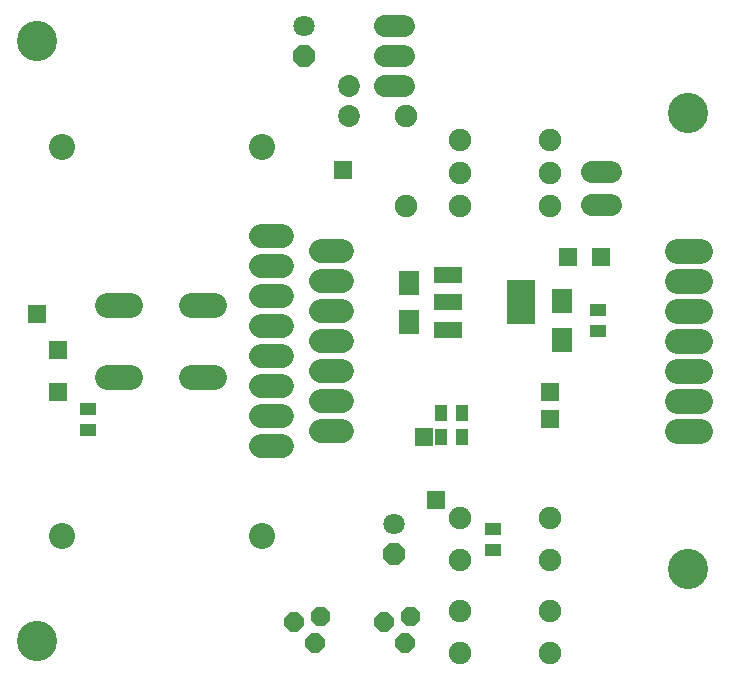
<source format=gbs>
G75*
G70*
%OFA0B0*%
%FSLAX24Y24*%
%IPPOS*%
%LPD*%
%AMOC8*
5,1,8,0,0,1.08239X$1,22.5*
%
%ADD10C,0.1340*%
%ADD11C,0.0867*%
%ADD12R,0.0552X0.0395*%
%ADD13R,0.0395X0.0552*%
%ADD14C,0.0128*%
%ADD15C,0.0720*%
%ADD16C,0.0730*%
%ADD17OC8,0.0710*%
%ADD18C,0.0710*%
%ADD19C,0.0792*%
%ADD20C,0.0753*%
%ADD21C,0.0820*%
%ADD22C,0.0480*%
%ADD23R,0.0960X0.0560*%
%ADD24R,0.0946X0.1497*%
%ADD25R,0.0710X0.0828*%
%ADD26R,0.0640X0.0640*%
D10*
X007233Y006900D03*
X028933Y009300D03*
X028933Y024500D03*
X007233Y026900D03*
D11*
X008040Y023382D03*
X014733Y023382D03*
X014727Y010418D03*
X008034Y010418D03*
D12*
X008933Y013946D03*
X008933Y014654D03*
X022433Y010654D03*
X022433Y009946D03*
X025933Y017246D03*
X025933Y017954D03*
D13*
X021388Y014500D03*
X020679Y014500D03*
X020679Y013700D03*
X021388Y013700D03*
D14*
X019706Y007539D02*
X019770Y007475D01*
X019558Y007475D01*
X019409Y007624D01*
X019409Y007836D01*
X019558Y007985D01*
X019770Y007985D01*
X019919Y007836D01*
X019919Y007624D01*
X019770Y007475D01*
X019730Y007571D01*
X019598Y007571D01*
X019505Y007664D01*
X019505Y007796D01*
X019598Y007889D01*
X019730Y007889D01*
X019823Y007796D01*
X019823Y007664D01*
X019730Y007571D01*
X019690Y007667D01*
X019638Y007667D01*
X019601Y007704D01*
X019601Y007756D01*
X019638Y007793D01*
X019690Y007793D01*
X019727Y007756D01*
X019727Y007704D01*
X019690Y007667D01*
X018822Y007363D02*
X018886Y007299D01*
X018674Y007299D01*
X018525Y007448D01*
X018525Y007660D01*
X018674Y007809D01*
X018886Y007809D01*
X019035Y007660D01*
X019035Y007448D01*
X018886Y007299D01*
X018846Y007395D01*
X018714Y007395D01*
X018621Y007488D01*
X018621Y007620D01*
X018714Y007713D01*
X018846Y007713D01*
X018939Y007620D01*
X018939Y007488D01*
X018846Y007395D01*
X018806Y007491D01*
X018754Y007491D01*
X018717Y007528D01*
X018717Y007580D01*
X018754Y007617D01*
X018806Y007617D01*
X018843Y007580D01*
X018843Y007528D01*
X018806Y007491D01*
X019529Y006655D02*
X019593Y006591D01*
X019381Y006591D01*
X019232Y006740D01*
X019232Y006952D01*
X019381Y007101D01*
X019593Y007101D01*
X019742Y006952D01*
X019742Y006740D01*
X019593Y006591D01*
X019553Y006687D01*
X019421Y006687D01*
X019328Y006780D01*
X019328Y006912D01*
X019421Y007005D01*
X019553Y007005D01*
X019646Y006912D01*
X019646Y006780D01*
X019553Y006687D01*
X019513Y006783D01*
X019461Y006783D01*
X019424Y006820D01*
X019424Y006872D01*
X019461Y006909D01*
X019513Y006909D01*
X019550Y006872D01*
X019550Y006820D01*
X019513Y006783D01*
X016706Y007539D02*
X016770Y007475D01*
X016558Y007475D01*
X016409Y007624D01*
X016409Y007836D01*
X016558Y007985D01*
X016770Y007985D01*
X016919Y007836D01*
X016919Y007624D01*
X016770Y007475D01*
X016730Y007571D01*
X016598Y007571D01*
X016505Y007664D01*
X016505Y007796D01*
X016598Y007889D01*
X016730Y007889D01*
X016823Y007796D01*
X016823Y007664D01*
X016730Y007571D01*
X016690Y007667D01*
X016638Y007667D01*
X016601Y007704D01*
X016601Y007756D01*
X016638Y007793D01*
X016690Y007793D01*
X016727Y007756D01*
X016727Y007704D01*
X016690Y007667D01*
X015822Y007363D02*
X015886Y007299D01*
X015674Y007299D01*
X015525Y007448D01*
X015525Y007660D01*
X015674Y007809D01*
X015886Y007809D01*
X016035Y007660D01*
X016035Y007448D01*
X015886Y007299D01*
X015846Y007395D01*
X015714Y007395D01*
X015621Y007488D01*
X015621Y007620D01*
X015714Y007713D01*
X015846Y007713D01*
X015939Y007620D01*
X015939Y007488D01*
X015846Y007395D01*
X015806Y007491D01*
X015754Y007491D01*
X015717Y007528D01*
X015717Y007580D01*
X015754Y007617D01*
X015806Y007617D01*
X015843Y007580D01*
X015843Y007528D01*
X015806Y007491D01*
X016529Y006655D02*
X016593Y006591D01*
X016381Y006591D01*
X016232Y006740D01*
X016232Y006952D01*
X016381Y007101D01*
X016593Y007101D01*
X016742Y006952D01*
X016742Y006740D01*
X016593Y006591D01*
X016553Y006687D01*
X016421Y006687D01*
X016328Y006780D01*
X016328Y006912D01*
X016421Y007005D01*
X016553Y007005D01*
X016646Y006912D01*
X016646Y006780D01*
X016553Y006687D01*
X016513Y006783D01*
X016461Y006783D01*
X016424Y006820D01*
X016424Y006872D01*
X016461Y006909D01*
X016513Y006909D01*
X016550Y006872D01*
X016550Y006820D01*
X016513Y006783D01*
D15*
X025713Y021450D02*
X026353Y021450D01*
X026353Y022550D02*
X025713Y022550D01*
X019453Y025400D02*
X018813Y025400D01*
X018813Y026400D02*
X019453Y026400D01*
X019453Y027400D02*
X018813Y027400D01*
D16*
X017633Y025400D03*
X017633Y024400D03*
D17*
X016133Y026400D03*
X019133Y009800D03*
D18*
X019133Y010800D03*
X016133Y027400D03*
D19*
X015390Y020400D02*
X014677Y020400D01*
X014677Y019400D02*
X015390Y019400D01*
X015390Y018400D02*
X014677Y018400D01*
X014677Y017400D02*
X015390Y017400D01*
X016677Y016900D02*
X017390Y016900D01*
X017390Y017900D02*
X016677Y017900D01*
X016677Y018900D02*
X017390Y018900D01*
X017390Y019900D02*
X016677Y019900D01*
X015390Y016400D02*
X014677Y016400D01*
X014677Y015400D02*
X015390Y015400D01*
X016677Y014900D02*
X017390Y014900D01*
X017390Y015900D02*
X016677Y015900D01*
X015390Y014400D02*
X014677Y014400D01*
X014677Y013400D02*
X015390Y013400D01*
X016677Y013900D02*
X017390Y013900D01*
D20*
X021333Y011000D03*
X021333Y009600D03*
X021333Y007900D03*
X021333Y006500D03*
X024333Y006500D03*
X024333Y007900D03*
X024333Y009600D03*
X024333Y011000D03*
X024333Y021400D03*
X024333Y022500D03*
X024333Y023600D03*
X021333Y023600D03*
X021333Y022500D03*
X021333Y021400D03*
X019533Y021400D03*
X019533Y024400D03*
D21*
X013103Y018100D02*
X012363Y018100D01*
X010303Y018100D02*
X009563Y018100D01*
X009563Y015700D02*
X010303Y015700D01*
X012363Y015700D02*
X013103Y015700D01*
X028563Y015900D02*
X029303Y015900D01*
X029303Y014900D02*
X028563Y014900D01*
X028563Y013900D02*
X029303Y013900D01*
X029303Y016900D02*
X028563Y016900D01*
X028563Y017900D02*
X029303Y017900D01*
X029303Y018900D02*
X028563Y018900D01*
X028563Y019900D02*
X029303Y019900D01*
D22*
X028933Y019900D03*
X028933Y018900D03*
X028933Y017900D03*
X028933Y016900D03*
X028933Y015900D03*
X028933Y014900D03*
X028933Y013900D03*
D23*
X020913Y017290D03*
X020913Y018200D03*
X020913Y019110D03*
D24*
X023353Y018200D03*
D25*
X024733Y018250D03*
X024733Y016950D03*
X019633Y017550D03*
X019633Y018850D03*
D26*
X017433Y022600D03*
X024933Y019700D03*
X026033Y019700D03*
X024333Y015200D03*
X024333Y014300D03*
X020533Y011600D03*
X020133Y013700D03*
X007933Y015200D03*
X007933Y016600D03*
X007233Y017800D03*
M02*

</source>
